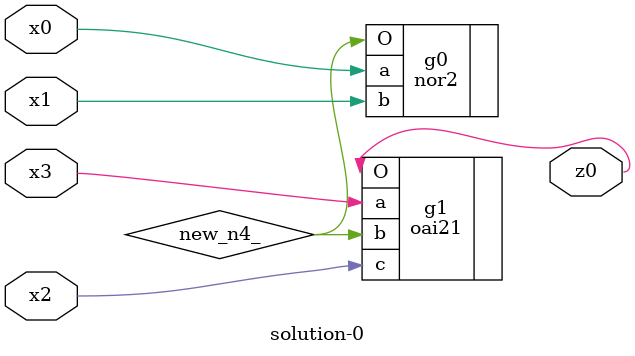
<source format=v>
module \solution-0 (
  x0, x1, x2, x3,
  z0 );
  input x0, x1, x2, x3;
  output z0;
  wire new_n4_;
  nor2  g0(.a(x0), .b(x1), .O(new_n4_));
  oai21  g1(.a(x3), .b(new_n4_), .c(x2), .O(z0));
endmodule

</source>
